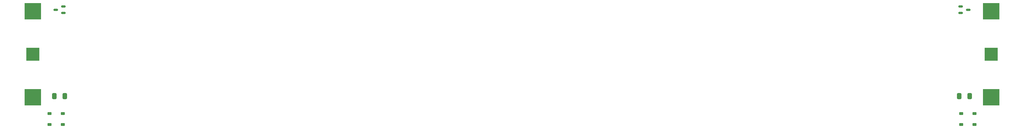
<source format=gbr>
%TF.GenerationSoftware,KiCad,Pcbnew,7.0.9*%
%TF.CreationDate,2024-05-08T21:34:52+09:00*%
%TF.ProjectId,L4,4c342e6b-6963-4616-945f-706362585858,rev?*%
%TF.SameCoordinates,Original*%
%TF.FileFunction,Paste,Top*%
%TF.FilePolarity,Positive*%
%FSLAX46Y46*%
G04 Gerber Fmt 4.6, Leading zero omitted, Abs format (unit mm)*
G04 Created by KiCad (PCBNEW 7.0.9) date 2024-05-08 21:34:52*
%MOMM*%
%LPD*%
G01*
G04 APERTURE LIST*
G04 Aperture macros list*
%AMRoundRect*
0 Rectangle with rounded corners*
0 $1 Rounding radius*
0 $2 $3 $4 $5 $6 $7 $8 $9 X,Y pos of 4 corners*
0 Add a 4 corners polygon primitive as box body*
4,1,4,$2,$3,$4,$5,$6,$7,$8,$9,$2,$3,0*
0 Add four circle primitives for the rounded corners*
1,1,$1+$1,$2,$3*
1,1,$1+$1,$4,$5*
1,1,$1+$1,$6,$7*
1,1,$1+$1,$8,$9*
0 Add four rect primitives between the rounded corners*
20,1,$1+$1,$2,$3,$4,$5,0*
20,1,$1+$1,$4,$5,$6,$7,0*
20,1,$1+$1,$6,$7,$8,$9,0*
20,1,$1+$1,$8,$9,$2,$3,0*%
G04 Aperture macros list end*
%ADD10RoundRect,0.225000X-0.375000X0.225000X-0.375000X-0.225000X0.375000X-0.225000X0.375000X0.225000X0*%
%ADD11RoundRect,0.150000X0.512500X0.150000X-0.512500X0.150000X-0.512500X-0.150000X0.512500X-0.150000X0*%
%ADD12RoundRect,0.250000X-0.412500X-0.650000X0.412500X-0.650000X0.412500X0.650000X-0.412500X0.650000X0*%
%ADD13RoundRect,0.250000X0.412500X0.650000X-0.412500X0.650000X-0.412500X-0.650000X0.412500X-0.650000X0*%
%ADD14RoundRect,0.150000X-0.512500X-0.150000X0.512500X-0.150000X0.512500X0.150000X-0.512500X0.150000X0*%
%ADD15R,5.000000X5.000000*%
%ADD16R,4.000000X4.000000*%
G04 APERTURE END LIST*
D10*
%TO.C,D27*%
X349675000Y-150825000D03*
X349675000Y-154125000D03*
%TD*%
%TO.C,D55*%
X80855000Y-150825000D03*
X80855000Y-154125000D03*
%TD*%
%TO.C,D28*%
X353675000Y-150825000D03*
X353675000Y-154125000D03*
%TD*%
D11*
%TO.C,Q2*%
X80992500Y-120525000D03*
X80992500Y-118625000D03*
X78717500Y-119575000D03*
%TD*%
D12*
%TO.C,C1*%
X349112500Y-145575000D03*
X352237500Y-145575000D03*
%TD*%
D13*
%TO.C,C2*%
X81417500Y-145575000D03*
X78292500Y-145575000D03*
%TD*%
D10*
%TO.C,D56*%
X76855000Y-150825000D03*
X76855000Y-154125000D03*
%TD*%
D14*
%TO.C,Q1*%
X349537500Y-118625000D03*
X349537500Y-120525000D03*
X351812500Y-119575000D03*
%TD*%
D15*
%TO.C,BT2*%
X358675000Y-120025000D03*
X358675000Y-145925000D03*
D16*
X358675000Y-132975000D03*
%TD*%
D15*
%TO.C,BT4*%
X71855000Y-120025000D03*
X71855000Y-145925000D03*
D16*
X71855000Y-132975000D03*
%TD*%
M02*

</source>
